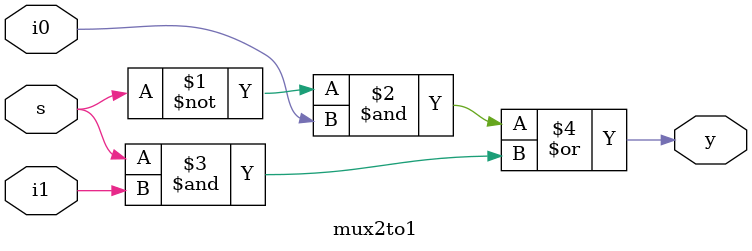
<source format=v>
`timescale 1ns / 1ps


module mux2to1(
    input s,
    input i0,
    input i1,
    output y
    );
    
    assign y = ~s & i0 | s & i1;
    
endmodule

</source>
